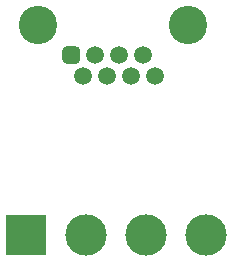
<source format=gbr>
G04 #@! TF.GenerationSoftware,KiCad,Pcbnew,(5.1.9)-1*
G04 #@! TF.CreationDate,2021-09-29T15:50:34-03:00*
G04 #@! TF.ProjectId,RJ45-breakout_1ch,524a3435-2d62-4726-9561-6b6f75745f31,rev?*
G04 #@! TF.SameCoordinates,Original*
G04 #@! TF.FileFunction,Soldermask,Top*
G04 #@! TF.FilePolarity,Negative*
%FSLAX46Y46*%
G04 Gerber Fmt 4.6, Leading zero omitted, Abs format (unit mm)*
G04 Created by KiCad (PCBNEW (5.1.9)-1) date 2021-09-29 15:50:34*
%MOMM*%
%LPD*%
G01*
G04 APERTURE LIST*
%ADD10C,1.500000*%
%ADD11C,3.250000*%
%ADD12R,3.500000X3.500000*%
%ADD13C,3.500000*%
G04 APERTURE END LIST*
G04 #@! TO.C,J1*
G36*
G01*
X71640000Y-110865000D02*
X71640000Y-110115000D01*
G75*
G02*
X72015000Y-109740000I375000J0D01*
G01*
X72765000Y-109740000D01*
G75*
G02*
X73140000Y-110115000I0J-375000D01*
G01*
X73140000Y-110865000D01*
G75*
G02*
X72765000Y-111240000I-375000J0D01*
G01*
X72015000Y-111240000D01*
G75*
G02*
X71640000Y-110865000I0J375000D01*
G01*
G37*
D10*
X74422000Y-110490000D03*
X76454000Y-110490000D03*
X78486000Y-110490000D03*
X73406000Y-112270000D03*
X75438000Y-112270000D03*
X77470000Y-112270000D03*
X79502000Y-112270000D03*
D11*
X69600000Y-107950000D03*
X82300000Y-107950000D03*
G04 #@! TD*
D12*
G04 #@! TO.C,J2*
X68580000Y-125730000D03*
D13*
X73660000Y-125730000D03*
X78740000Y-125730000D03*
X83820000Y-125730000D03*
G04 #@! TD*
M02*

</source>
